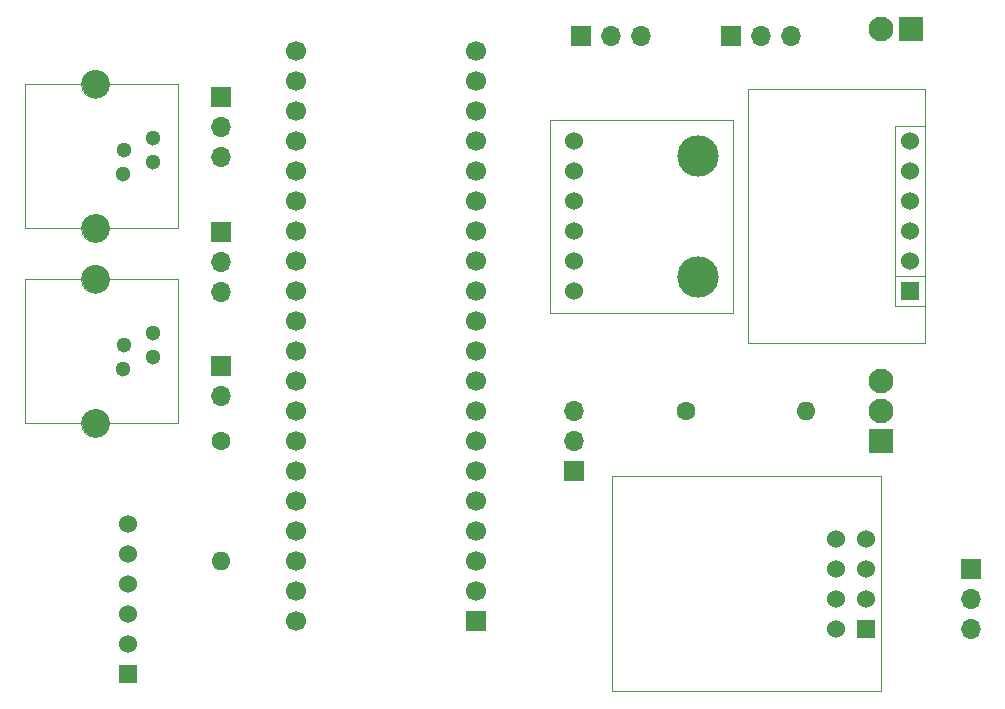
<source format=gts>
%TF.GenerationSoftware,KiCad,Pcbnew,(6.0.4)*%
%TF.CreationDate,2022-11-02T21:24:09+07:00*%
%TF.ProjectId,01-Beta-PCB-From-Breadboard,30312d42-6574-4612-9d50-43422d46726f,rev?*%
%TF.SameCoordinates,PX68768dcPY7f2c270*%
%TF.FileFunction,Soldermask,Top*%
%TF.FilePolarity,Negative*%
%FSLAX46Y46*%
G04 Gerber Fmt 4.6, Leading zero omitted, Abs format (unit mm)*
G04 Created by KiCad (PCBNEW (6.0.4)) date 2022-11-02 21:24:09*
%MOMM*%
%LPD*%
G01*
G04 APERTURE LIST*
%ADD10C,0.120000*%
%ADD11C,1.300000*%
%ADD12C,2.360000*%
%ADD13C,1.524000*%
%ADD14R,1.524000X1.524000*%
%ADD15R,1.700000X1.700000*%
%ADD16O,1.700000X1.700000*%
%ADD17C,1.700000*%
%ADD18C,3.500000*%
%ADD19O,1.600000X1.600000*%
%ADD20C,1.600000*%
%ADD21C,2.100000*%
%ADD22R,2.100000X2.100000*%
G04 APERTURE END LIST*
D10*
%TO.C,J8*%
X7030000Y44700000D02*
G75*
G03*
X7030000Y44700000I-1180000J0D01*
G01*
X7030000Y56900000D02*
G75*
G03*
X7030000Y56900000I-1180000J0D01*
G01*
X12850000Y56900000D02*
X-150000Y56900000D01*
X-150000Y56900000D02*
X-150000Y44700000D01*
X-150000Y44700000D02*
X12850000Y44700000D01*
X12850000Y44700000D02*
X12850000Y56900000D01*
%TO.C,U4*%
X49560000Y5505000D02*
X72360000Y5505000D01*
X72360000Y5505000D02*
X72360000Y23705000D01*
X72360000Y23705000D02*
X49560000Y23705000D01*
X49560000Y23705000D02*
X49560000Y5505000D01*
%TO.C,U3*%
X44320000Y53870000D02*
X59820000Y53870000D01*
X59820000Y53870000D02*
X59820000Y37570000D01*
X59820000Y37570000D02*
X44320000Y37570000D01*
X44320000Y37570000D02*
X44320000Y53870000D01*
%TO.C,U2*%
X73540000Y38100000D02*
X76080000Y38100000D01*
X76080000Y38100000D02*
X76080000Y40640000D01*
X76080000Y40640000D02*
X73540000Y40640000D01*
X73540000Y40640000D02*
X73540000Y38100000D01*
X61080000Y34970000D02*
X76080000Y34970000D01*
X76080000Y34970000D02*
X76080000Y56470000D01*
X76080000Y56470000D02*
X61080000Y56470000D01*
X61080000Y56470000D02*
X61080000Y34970000D01*
X76080000Y38100000D02*
X73540000Y38100000D01*
X73540000Y38100000D02*
X73540000Y53340000D01*
X73540000Y53340000D02*
X76080000Y53340000D01*
X76080000Y53340000D02*
X76080000Y38100000D01*
%TO.C,J5*%
X7030000Y28190000D02*
G75*
G03*
X7030000Y28190000I-1180000J0D01*
G01*
X7030000Y40390000D02*
G75*
G03*
X7030000Y40390000I-1180000J0D01*
G01*
X12850000Y40390000D02*
X-150000Y40390000D01*
X-150000Y40390000D02*
X-150000Y28190000D01*
X-150000Y28190000D02*
X12850000Y28190000D01*
X12850000Y28190000D02*
X12850000Y40390000D01*
%TD*%
D11*
%TO.C,J8*%
X8150000Y49275000D03*
X8250000Y51310000D03*
X10690000Y50290000D03*
X10690000Y52325000D03*
D12*
X5850000Y44700000D03*
X5850000Y56900000D03*
%TD*%
D13*
%TO.C,U5*%
X8580000Y19685000D03*
X8580000Y17145000D03*
X8580000Y14605000D03*
X8580000Y12065000D03*
X8580000Y9525000D03*
D14*
X8580000Y6985000D03*
%TD*%
D13*
%TO.C,U4*%
X68550000Y18415000D03*
X71090000Y18415000D03*
X68550000Y15875000D03*
X71090000Y15875000D03*
X68550000Y13335000D03*
X71090000Y13335000D03*
X68550000Y10795000D03*
D14*
X71090000Y10795000D03*
%TD*%
D15*
%TO.C,J4*%
X46355000Y24145000D03*
D16*
X46355000Y26685000D03*
X46355000Y29225000D03*
%TD*%
D17*
%TO.C,U1*%
X38100000Y59690000D03*
X22860000Y59690000D03*
X38100000Y57150000D03*
X22860000Y57150000D03*
X38100000Y54610000D03*
X22860000Y54610000D03*
X38100000Y52070000D03*
X22860000Y52070000D03*
X38100000Y49530000D03*
X22860000Y49530000D03*
X38100000Y46990000D03*
X22860000Y46990000D03*
X38100000Y44450000D03*
X22860000Y44450000D03*
X38100000Y41910000D03*
X22860000Y41910000D03*
X38100000Y39370000D03*
X22860000Y39370000D03*
X38100000Y36830000D03*
X22860000Y36830000D03*
X38100000Y34290000D03*
X22860000Y34290000D03*
X38100000Y31750000D03*
X22860000Y31750000D03*
X38100000Y29210000D03*
X22860000Y29210000D03*
X38100000Y26670000D03*
X22860000Y26670000D03*
X38100000Y24130000D03*
X22860000Y24130000D03*
X38100000Y21590000D03*
X22860000Y21590000D03*
X38100000Y19050000D03*
X22860000Y19050000D03*
X38100000Y16510000D03*
X22860000Y16510000D03*
X38100000Y13970000D03*
X22860000Y13970000D03*
D15*
X38100000Y11430000D03*
D17*
X22860000Y11430000D03*
%TD*%
D13*
%TO.C,U3*%
X46320000Y39370000D03*
X46320000Y44450000D03*
X46320000Y46990000D03*
X46320000Y49530000D03*
X46320000Y41910000D03*
X46320000Y52070000D03*
D18*
X56820000Y50870000D03*
X56820000Y40570000D03*
%TD*%
D13*
%TO.C,U2*%
X74810000Y41910000D03*
D14*
X74810000Y39370000D03*
D13*
X74810000Y52070000D03*
X74810000Y49530000D03*
X74810000Y46990000D03*
X74810000Y44450000D03*
%TD*%
D19*
%TO.C,R2*%
X66040000Y29210000D03*
D20*
X55880000Y29210000D03*
%TD*%
D19*
%TO.C,R1*%
X16510000Y16510000D03*
D20*
X16510000Y26670000D03*
%TD*%
D21*
%TO.C,J10*%
X72390000Y31750000D03*
X72390000Y29210000D03*
D22*
X72390000Y26670000D03*
%TD*%
D16*
%TO.C,J9*%
X16510000Y50785000D03*
X16510000Y53325000D03*
D15*
X16510000Y55865000D03*
%TD*%
D16*
%TO.C,J7*%
X16510000Y39355000D03*
X16510000Y41895000D03*
D15*
X16510000Y44435000D03*
%TD*%
D16*
%TO.C,J6*%
X16510000Y30480000D03*
D15*
X16510000Y33020000D03*
%TD*%
D11*
%TO.C,J5*%
X8150000Y32765000D03*
X8250000Y34800000D03*
X10690000Y33780000D03*
X10690000Y35815000D03*
D12*
X5850000Y28190000D03*
X5850000Y40390000D03*
%TD*%
D16*
%TO.C,J3*%
X80010000Y10780000D03*
X80010000Y13320000D03*
D15*
X80010000Y15860000D03*
%TD*%
D16*
%TO.C,J2*%
X64770000Y60960000D03*
X62230000Y60960000D03*
D15*
X59690000Y60960000D03*
%TD*%
D16*
%TO.C,J1*%
X52070000Y60960000D03*
X49530000Y60960000D03*
D15*
X46990000Y60960000D03*
%TD*%
D21*
%TO.C,J0*%
X72390000Y61595000D03*
D22*
X74930000Y61595000D03*
%TD*%
M02*

</source>
